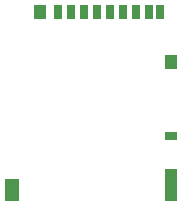
<source format=gbp>
G04 #@! TF.FileFunction,Paste,Bot*
%FSLAX46Y46*%
G04 Gerber Fmt 4.6, Leading zero omitted, Abs format (unit mm)*
G04 Created by KiCad (PCBNEW 4.0.6+dfsg1-1) date Thu Dec 21 22:59:20 2017*
%MOMM*%
%LPD*%
G01*
G04 APERTURE LIST*
%ADD10C,0.100000*%
%ADD11R,0.700000X1.200000*%
%ADD12R,1.000000X1.200000*%
%ADD13R,1.000000X0.800000*%
%ADD14R,1.000000X2.800000*%
%ADD15R,1.300000X1.900000*%
G04 APERTURE END LIST*
D10*
D11*
X61150000Y-106100000D03*
X60200000Y-106100000D03*
X52500000Y-106100000D03*
X53600000Y-106100000D03*
X54700000Y-106100000D03*
X55800000Y-106100000D03*
X56900000Y-106100000D03*
X58000000Y-106100000D03*
X59100000Y-106100000D03*
D12*
X50950000Y-106100000D03*
X62100000Y-110400000D03*
D13*
X62100000Y-116600000D03*
D14*
X62100000Y-120750000D03*
D15*
X48600000Y-121200000D03*
M02*

</source>
